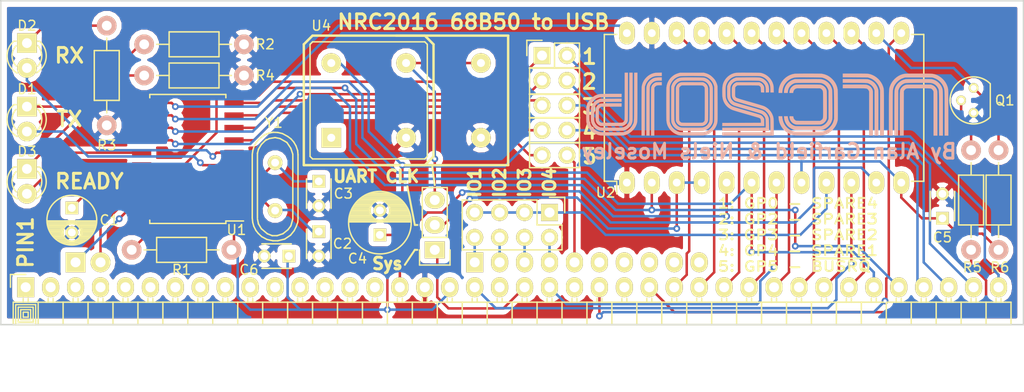
<source format=kicad_pcb>
(kicad_pcb (version 4) (host pcbnew 4.0.2-stable)
  (layers (0 Top signal) (31 Bottom signal) (36 B.SilkS user) (37 F.SilkS user) (38 B.Mask user hide) (39 F.Mask user hide) (44 Edge.Cuts user))
  (net 0 "")
  (net 1 "Net-(C1-Pad1)")
  (net 2 GND)
  (net 3 "Net-(C2-Pad1)")
  (net 4 "Net-(C3-Pad1)")
  (net 5 VCC)
  (net 6 "Net-(CON1-Pad1)")
  (net 7 "Net-(CON1-Pad2)")
  (net 8 "Net-(D1-Pad1)")
  (net 9 "Net-(D1-Pad2)")
  (net 10 "Net-(D2-Pad1)")
  (net 11 "Net-(D2-Pad2)")
  (net 12 "Net-(D3-Pad1)")
  (net 13 "Net-(D3-Pad2)")
  (net 14 /~CLK)
  (net 15 "Net-(JP1-Pad2)")
  (net 16 /A0)
  (net 17 /~M1)
  (net 18 /~INT)
  (net 19 /~WR)
  (net 20 /~IORQ)
  (net 21 /D0)
  (net 22 /D1)
  (net 23 /D2)
  (net 24 /D3)
  (net 25 /D4)
  (net 26 /D5)
  (net 27 /D6)
  (net 28 /D7)
  (net 29 /TX)
  (net 30 /RX)
  (net 31 /S1)
  (net 32 /S2)
  (net 33 /S3)
  (net 34 /S4)
  (net 35 /~BUSRQ)
  (net 36 /GP0)
  (net 37 /GP2)
  (net 38 /GP3)
  (net 39 /GP4)
  (net 40 /GP5)
  (net 41 "Net-(R1-Pad2)")
  (net 42 "Net-(U1-Pad11)")
  (net 43 "Net-(U1-Pad13)")
  (net 44 /ENA)
  (net 45 "Net-(Q1-Pad2)")
  (net 46 "Net-(JP1-Pad3)")
  (net 47 "Net-(P2-Pad1)")
  (net 48 "Net-(P2-Pad2)")
  (net 49 "Net-(P2-Pad3)")
  (net 50 "Net-(P2-Pad4)")
  (net 51 /~IOSEL)
  (module Housings_DIP:DIP-24_W15.24mm_LongPads (layer Top) (at 159.385 98.552 90)
    (fp_text reference U2 (at -1.016 -2.159 180) (layer F.SilkS))
    (fp_text value 68B50)
    (pad 1 thru_hole oval (at 0 0 90) (size 2.3 1.6) (drill 0.8) (layers *.Cu *.Mask F.SilkS) (net 2 GND))
    (pad 2 thru_hole oval (at 0 2.54 90) (size 2.3 1.6) (drill 0.8) (layers *.Cu *.Mask F.SilkS) (net 30 /RX))
    (pad 3 thru_hole oval (at 0 5.08 90) (size 2.3 1.6) (drill 0.8) (layers *.Cu *.Mask F.SilkS) (net 15 "Net-(JP1-Pad2)"))
    (pad 4 thru_hole oval (at 0 7.62 90) (size 2.3 1.6) (drill 0.8) (layers *.Cu *.Mask F.SilkS) (net 15 "Net-(JP1-Pad2)"))
    (pad 5 thru_hole oval (at 0 10.16 90) (size 2.3 1.6) (drill 0.8) (layers *.Cu *.Mask F.SilkS) (net 43 "Net-(U1-Pad13)"))
    (pad 6 thru_hole oval (at 0 12.7 90) (size 2.3 1.6) (drill 0.8) (layers *.Cu *.Mask F.SilkS) (net 29 /TX))
    (pad 7 thru_hole oval (at 0 15.24 90) (size 2.3 1.6) (drill 0.8) (layers *.Cu *.Mask F.SilkS) (net 18 /~INT))
    (pad 8 thru_hole oval (at 0 17.78 90) (size 2.3 1.6) (drill 0.8) (layers *.Cu *.Mask F.SilkS) (net 5 VCC))
    (pad 9 thru_hole oval (at 0 20.32 90) (size 2.3 1.6) (drill 0.8) (layers *.Cu *.Mask F.SilkS) (net 51 /~IOSEL))
    (pad 10 thru_hole oval (at 0 22.86 90) (size 2.3 1.6) (drill 0.8) (layers *.Cu *.Mask F.SilkS) (net 17 /~M1))
    (pad 11 thru_hole oval (at 0 25.4 90) (size 2.3 1.6) (drill 0.8) (layers *.Cu *.Mask F.SilkS) (net 16 /A0))
    (pad 12 thru_hole oval (at 0 27.94 90) (size 2.3 1.6) (drill 0.8) (layers *.Cu *.Mask F.SilkS) (net 5 VCC))
    (pad 13 thru_hole oval (at 15.24 27.94 90) (size 2.3 1.6) (drill 0.8) (layers *.Cu *.Mask F.SilkS) (net 19 /~WR))
    (pad 14 thru_hole oval (at 15.24 25.4 90) (size 2.3 1.6) (drill 0.8) (layers *.Cu *.Mask F.SilkS) (net 44 /ENA))
    (pad 15 thru_hole oval (at 15.24 22.86 90) (size 2.3 1.6) (drill 0.8) (layers *.Cu *.Mask F.SilkS) (net 28 /D7))
    (pad 16 thru_hole oval (at 15.24 20.32 90) (size 2.3 1.6) (drill 0.8) (layers *.Cu *.Mask F.SilkS) (net 27 /D6))
    (pad 17 thru_hole oval (at 15.24 17.78 90) (size 2.3 1.6) (drill 0.8) (layers *.Cu *.Mask F.SilkS) (net 26 /D5))
    (pad 18 thru_hole oval (at 15.24 15.24 90) (size 2.3 1.6) (drill 0.8) (layers *.Cu *.Mask F.SilkS) (net 25 /D4))
    (pad 19 thru_hole oval (at 15.24 12.7 90) (size 2.3 1.6) (drill 0.8) (layers *.Cu *.Mask F.SilkS) (net 24 /D3))
    (pad 20 thru_hole oval (at 15.24 10.16 90) (size 2.3 1.6) (drill 0.8) (layers *.Cu *.Mask F.SilkS) (net 23 /D2))
    (pad 21 thru_hole oval (at 15.24 7.62 90) (size 2.3 1.6) (drill 0.8) (layers *.Cu *.Mask F.SilkS) (net 22 /D1))
    (pad 22 thru_hole oval (at 15.24 5.08 90) (size 2.3 1.6) (drill 0.8) (layers *.Cu *.Mask F.SilkS) (net 21 /D0))
    (pad 23 thru_hole oval (at 15.24 2.54 90) (size 2.3 1.6) (drill 0.8) (layers *.Cu *.Mask F.SilkS) (net 2 GND))
    (pad 24 thru_hole oval (at 15.24 0 90) (size 2.3 1.6) (drill 0.8) (layers *.Cu *.Mask F.SilkS) (net 42 "Net-(U1-Pad11)"))
  )
  (module Capacitors_ThroughHole:C_Radial_D5_L6_P2.5 (layer Top) (at 102.87 101.132 270)
    (fp_text reference C1 (at 1.25 -3.8 360) (layer F.SilkS))
    (fp_text value 1uF)
    (pad 1 thru_hole rect (at 0 0 270) (size 1.3 1.3) (drill 0.8) (layers *.Cu *.Mask F.SilkS) (net 1 "Net-(C1-Pad1)"))
    (pad 2 thru_hole circle (at 2.5 0 270) (size 1.3 1.3) (drill 0.8) (layers *.Cu *.Mask F.SilkS) (net 2 GND))
  )
  (module Capacitors_ThroughHole:C_Radial_D6.3_L11.2_P2.5 (layer Top) (at 134.239 103.886 90)
    (fp_text reference C4 (at -2.413 -2.286 180) (layer F.SilkS))
    (fp_text value 10uF)
    (pad 2 thru_hole circle (at 2.5 0 90) (size 1.3 1.3) (drill 0.8) (layers *.Cu *.Mask F.SilkS) (net 2 GND))
    (pad 1 thru_hole rect (at 0 0 90) (size 1.3 1.3) (drill 0.8) (layers *.Cu *.Mask F.SilkS) (net 5 VCC))
  )
  (module Capacitors_ThroughHole:C_Disc_D3_P2.5 (layer Top) (at 191.516 102.195 90)
    (fp_text reference C5 (at -1.945 0 180) (layer F.SilkS))
    (fp_text value 100nF)
    (pad 1 thru_hole rect (at 0 0 90) (size 1.3 1.3) (drill 0.8) (layers *.Cu *.Mask F.SilkS) (net 5 VCC))
    (pad 2 thru_hole circle (at 2.5 0 90) (size 1.3 1.3) (drill 0.8001) (layers *.Cu *.Mask F.SilkS) (net 2 GND))
  )
  (module Capacitors_ThroughHole:C_Disc_D3_P2.5 (layer Top) (at 124.968 106.045 180)
    (fp_text reference C6 (at 4.064 -1.397 180) (layer F.SilkS))
    (fp_text value 100nF)
    (pad 1 thru_hole rect (at 0 0 180) (size 1.3 1.3) (drill 0.8) (layers *.Cu *.Mask F.SilkS) (net 5 VCC))
    (pad 2 thru_hole circle (at 2.5 0 180) (size 1.3 1.3) (drill 0.8001) (layers *.Cu *.Mask F.SilkS) (net 2 GND))
  )
  (module Pin_Headers:Pin_Header_Straight_1x03 (layer Top) (at 139.827 105.41 180)
    (fp_text reference JP1 hide)
    (fp_text value JUMPER3)
    (pad 1 thru_hole rect (at 0 0 180) (size 2.032 1.7272) (drill 1.016) (layers *.Cu *.Mask F.SilkS) (net 14 /~CLK))
    (pad 2 thru_hole oval (at 0 2.54 180) (size 2.032 1.7272) (drill 1.016) (layers *.Cu *.Mask F.SilkS) (net 15 "Net-(JP1-Pad2)"))
    (pad 3 thru_hole oval (at 0 5.08 180) (size 2.032 1.7272) (drill 1.016) (layers *.Cu *.Mask F.SilkS) (net 46 "Net-(JP1-Pad3)"))
  )
  (module Pin_Headers:Pin_Header_Straight_2x05 (layer Top) (at 150.749 85.598)
    (fp_text reference P3 hide)
    (fp_text value CONN_02X05)
    (pad 1 thru_hole rect (at 0 0) (size 1.7272 1.7272) (drill 1.016) (layers *.Cu *.Mask F.SilkS) (net 36 /GP0))
    (pad 2 thru_hole oval (at 2.54 0) (size 1.7272 1.7272) (drill 1.016) (layers *.Cu *.Mask F.SilkS) (net 34 /S4))
    (pad 3 thru_hole oval (at 0 2.54) (size 1.7272 1.7272) (drill 1.016) (layers *.Cu *.Mask F.SilkS) (net 37 /GP2))
    (pad 4 thru_hole oval (at 2.54 2.54) (size 1.7272 1.7272) (drill 1.016) (layers *.Cu *.Mask F.SilkS) (net 33 /S3))
    (pad 5 thru_hole oval (at 0 5.08) (size 1.7272 1.7272) (drill 1.016) (layers *.Cu *.Mask F.SilkS) (net 38 /GP3))
    (pad 6 thru_hole oval (at 2.54 5.08) (size 1.7272 1.7272) (drill 1.016) (layers *.Cu *.Mask F.SilkS) (net 32 /S2))
    (pad 7 thru_hole oval (at 0 7.62) (size 1.7272 1.7272) (drill 1.016) (layers *.Cu *.Mask F.SilkS) (net 39 /GP4))
    (pad 8 thru_hole oval (at 2.54 7.62) (size 1.7272 1.7272) (drill 1.016) (layers *.Cu *.Mask F.SilkS) (net 31 /S1))
    (pad 9 thru_hole oval (at 0 10.16) (size 1.7272 1.7272) (drill 1.016) (layers *.Cu *.Mask F.SilkS) (net 40 /GP5))
    (pad 10 thru_hole oval (at 2.54 10.16) (size 1.7272 1.7272) (drill 1.016) (layers *.Cu *.Mask F.SilkS) (net 35 /~BUSRQ))
  )
  (module Resistors_ThroughHole:Resistor_Horizontal_RM10mm (layer Top) (at 119.126 105.41 180)
    (fp_text reference R1 (at 5.08 -2.032 180) (layer F.SilkS))
    (fp_text value 10K)
    (pad 1 thru_hole circle (at 0 0 180) (size 1.99898 1.99898) (drill 1.00076) (layers *.Cu *.SilkS *.Mask) (net 5 VCC))
    (pad 2 thru_hole circle (at 10.16 0 180) (size 1.99898 1.99898) (drill 1.00076) (layers *.Cu *.SilkS *.Mask) (net 41 "Net-(R1-Pad2)"))
  )
  (module Resistors_ThroughHole:Resistor_Horizontal_RM10mm (layer Top) (at 120.396 84.455 180)
    (fp_text reference R2 (at -2.159 0 180) (layer F.SilkS))
    (fp_text value 220)
    (pad 1 thru_hole circle (at 0 0 180) (size 1.99898 1.99898) (drill 1.00076) (layers *.Cu *.SilkS *.Mask) (net 2 GND))
    (pad 2 thru_hole circle (at 10.16 0 180) (size 1.99898 1.99898) (drill 1.00076) (layers *.Cu *.SilkS *.Mask) (net 8 "Net-(D1-Pad1)"))
  )
  (module Resistors_ThroughHole:Resistor_Horizontal_RM10mm (layer Top) (at 106.426 92.71 90)
    (fp_text reference R3 (at -2.032 0 360) (layer F.SilkS))
    (fp_text value 220)
    (pad 1 thru_hole circle (at 0 0 90) (size 1.99898 1.99898) (drill 1.00076) (layers *.Cu *.SilkS *.Mask) (net 2 GND))
    (pad 2 thru_hole circle (at 10.16 0 90) (size 1.99898 1.99898) (drill 1.00076) (layers *.Cu *.SilkS *.Mask) (net 10 "Net-(D2-Pad1)"))
  )
  (module Resistors_ThroughHole:Resistor_Horizontal_RM10mm (layer Top) (at 120.396 87.63 180)
    (fp_text reference R4 (at -2.159 0 180) (layer F.SilkS))
    (fp_text value 220)
    (pad 1 thru_hole circle (at 0 0 180) (size 1.99898 1.99898) (drill 1.00076) (layers *.Cu *.SilkS *.Mask) (net 2 GND))
    (pad 2 thru_hole circle (at 10.16 0 180) (size 1.99898 1.99898) (drill 1.00076) (layers *.Cu *.SilkS *.Mask) (net 12 "Net-(D3-Pad1)"))
  )
  (module Crystals:Crystal_HC49-U_Vertical (layer Top) (at 123.571 98.96094 90)
    (fp_text reference Y1 (at 6.50494 -0.127 180) (layer F.SilkS))
    (fp_text value 12MHz)
    (pad 1 thru_hole circle (at -2.44094 0 90) (size 1.50114 1.50114) (drill 0.8001) (layers *.Cu *.Mask F.SilkS) (net 3 "Net-(C2-Pad1)"))
    (pad 2 thru_hole circle (at 2.44094 0 90) (size 1.50114 1.50114) (drill 0.8001) (layers *.Cu *.Mask F.SilkS) (net 4 "Net-(C3-Pad1)"))
  )
  (module TO_SOT_Packages_THT:TO-92_Molded_Narrow (layer Top) (at 194.691 91.44 90)
    (fp_text reference Q1 (at 1.27 3.175 180) (layer F.SilkS))
    (fp_text value Q_NPN_EBC)
    (pad 2 thru_hole circle (at 1.27 -1.27 180) (size 1.00076 1.00076) (drill 0.6) (layers *.Cu *.Mask F.SilkS) (net 45 "Net-(Q1-Pad2)"))
    (pad 3 thru_hole circle (at 2.54 0 180) (size 1.00076 1.00076) (drill 0.6) (layers *.Cu *.Mask F.SilkS) (net 44 /ENA))
    (pad 1 thru_hole circle (at 0 0 180) (size 1.00076 1.00076) (drill 0.6) (layers *.Cu *.Mask F.SilkS) (net 2 GND))
  )
  (module Resistors_ThroughHole:Resistor_Horizontal_RM10mm (layer Top) (at 194.437 95.25 270)
    (fp_text reference R5 (at 11.938 -0.127 360) (layer F.SilkS))
    (fp_text value 10K)
    (pad 1 thru_hole circle (at 0 0 270) (size 1.99898 1.99898) (drill 1.00076) (layers *.Cu *.SilkS *.Mask) (net 45 "Net-(Q1-Pad2)"))
    (pad 2 thru_hole circle (at 10.16 0 270) (size 1.99898 1.99898) (drill 1.00076) (layers *.Cu *.SilkS *.Mask) (net 20 /~IORQ))
  )
  (module Resistors_ThroughHole:Resistor_Horizontal_RM10mm (layer Top) (at 197.231 105.41 90)
    (fp_text reference R6 (at -1.778 0.127 180) (layer F.SilkS))
    (fp_text value 2K2)
    (pad 1 thru_hole circle (at 0 0 90) (size 1.99898 1.99898) (drill 1.00076) (layers *.Cu *.SilkS *.Mask) (net 5 VCC))
    (pad 2 thru_hole circle (at 10.16 0 90) (size 1.99898 1.99898) (drill 1.00076) (layers *.Cu *.SilkS *.Mask) (net 44 /ENA))
  )
  (module Capacitors_ThroughHole:C_Disc_D3_P2.5 (layer Top) (at 128.016 103.545 270)
    (fp_text reference C2 (at 1.23 -2.413 360) (layer F.SilkS))
    (fp_text value 22pF)
    (pad 1 thru_hole rect (at 0 0 270) (size 1.3 1.3) (drill 0.8) (layers *.Cu *.Mask F.SilkS) (net 3 "Net-(C2-Pad1)"))
    (pad 2 thru_hole circle (at 2.5 0 270) (size 1.3 1.3) (drill 0.8001) (layers *.Cu *.Mask F.SilkS) (net 2 GND))
  )
  (module Capacitors_ThroughHole:C_Disc_D3_P2.5 (layer Top) (at 128.016 98.425 270)
    (fp_text reference C3 (at 1.25 -2.5 360) (layer F.SilkS))
    (fp_text value 22pF)
    (pad 1 thru_hole rect (at 0 0 270) (size 1.3 1.3) (drill 0.8) (layers *.Cu *.Mask F.SilkS) (net 4 "Net-(C3-Pad1)"))
    (pad 2 thru_hole circle (at 2.5 0 270) (size 1.3 1.3) (drill 0.8001) (layers *.Cu *.Mask F.SilkS) (net 2 GND))
  )
  (module Housings_SOIC:SOIC-20W_7.5x12.8mm_Pitch1.27mm (layer Top) (at 114.681 96.14 180)
    (fp_text reference U1 (at -4.953 -7.238 180) (layer F.SilkS))
    (fp_text value MCP2200)
    (pad 1 smd rect (at -4.7 -5.715 180) (size 1.95 0.6) (layers Top F.Mask) (net 5 VCC))
    (pad 2 smd rect (at -4.7 -4.445 180) (size 1.95 0.6) (layers Top F.Mask) (net 3 "Net-(C2-Pad1)"))
    (pad 3 smd rect (at -4.7 -3.175 180) (size 1.95 0.6) (layers Top F.Mask) (net 4 "Net-(C3-Pad1)"))
    (pad 4 smd rect (at -4.7 -1.905 180) (size 1.95 0.6) (layers Top F.Mask) (net 41 "Net-(R1-Pad2)"))
    (pad 5 smd rect (at -4.7 -0.635 180) (size 1.95 0.6) (layers Top F.Mask) (net 9 "Net-(D1-Pad2)"))
    (pad 6 smd rect (at -4.7 0.635 180) (size 1.95 0.6) (layers Top F.Mask) (net 11 "Net-(D2-Pad2)"))
    (pad 7 smd rect (at -4.7 1.905 180) (size 1.95 0.6) (layers Top F.Mask) (net 40 /GP5))
    (pad 8 smd rect (at -4.7 3.175 180) (size 1.95 0.6) (layers Top F.Mask) (net 39 /GP4))
    (pad 9 smd rect (at -4.7 4.445 180) (size 1.95 0.6) (layers Top F.Mask) (net 38 /GP3))
    (pad 10 smd rect (at -4.7 5.715 180) (size 1.95 0.6) (layers Top F.Mask) (net 30 /RX))
    (pad 11 smd rect (at 4.7 5.715 180) (size 1.95 0.6) (layers Top F.Mask) (net 42 "Net-(U1-Pad11)"))
    (pad 12 smd rect (at 4.7 4.445 180) (size 1.95 0.6) (layers Top F.Mask) (net 29 /TX))
    (pad 13 smd rect (at 4.7 3.175 180) (size 1.95 0.6) (layers Top F.Mask) (net 43 "Net-(U1-Pad13)"))
    (pad 14 smd rect (at 4.7 1.905 180) (size 1.95 0.6) (layers Top F.Mask) (net 37 /GP2))
    (pad 15 smd rect (at 4.7 0.635 180) (size 1.95 0.6) (layers Top F.Mask) (net 13 "Net-(D3-Pad2)"))
    (pad 16 smd rect (at 4.7 -0.635 180) (size 1.95 0.6) (layers Top F.Mask) (net 36 /GP0))
    (pad 17 smd rect (at 4.7 -1.905 180) (size 1.95 0.6) (layers Top F.Mask) (net 1 "Net-(C1-Pad1)"))
    (pad 18 smd rect (at 4.7 -3.175 180) (size 1.95 0.6) (layers Top F.Mask) (net 7 "Net-(CON1-Pad2)"))
    (pad 19 smd rect (at 4.7 -4.445 180) (size 1.95 0.6) (layers Top F.Mask) (net 6 "Net-(CON1-Pad1)"))
    (pad 20 smd rect (at 4.7 -5.715 180) (size 1.95 0.6) (layers Top F.Mask) (net 2 GND))
  )
  (module nrc2016:OSC_MULTIPACKAGE_DIP (layer Top) (at 133.096 90.17)
    (fp_text reference U4 (at -4.826 -7.62) (layer F.SilkS))
    (fp_text value 1.8432MHz)
    (pad OUT thru_hole circle (at 11.43 -3.81) (size 2 2) (drill 0.8128) (layers *.Cu *.Mask F.SilkS) (net 46 "Net-(JP1-Pad3)"))
    (pad GND thru_hole circle (at 11.43 3.81) (size 2 2) (drill 0.8128) (layers *.Cu *.Mask F.SilkS) (net 2 GND))
    (pad NC thru_hole rect (at -3.81 3.81) (size 2 2) (drill 0.8128) (layers *.Cu *.Mask F.SilkS))
    (pad VCC thru_hole circle (at -3.81 -3.81) (size 2 2) (drill 0.8128) (layers *.Cu *.Mask F.SilkS) (net 5 VCC))
    (pad OUT thru_hole circle (at 3.81 -3.81) (size 2 2) (drill 0.8128) (layers *.Cu *.Mask F.SilkS) (net 46 "Net-(JP1-Pad3)"))
    (pad GND thru_hole circle (at 3.81 3.81) (size 2 2) (drill 0.8128) (layers *.Cu *.Mask F.SilkS) (net 2 GND))
  )
  (module nrc2016_logo:nrc2016_top_logo_1600 (layer Bottom) (at 173.736 90.678 180)
    (fp_text reference LOGO1 hide)
    (fp_text value BackLogo hide)
  )
  (module nrc2016:Pin_Header_Angled_1x02_nrc2016 (layer Top) (at 103.251 115.57 90)
    (fp_text reference CON1 hide)
    (fp_text value USB)
    (pad 1 thru_hole rect (at 8.89 0 270) (size 2.032 2.032) (drill 1.016) (layers *.Cu *.Mask F.SilkS) (net 6 "Net-(CON1-Pad1)"))
    (pad 2 thru_hole oval (at 8.89 2.54 270) (size 2.032 2.032) (drill 1.016) (layers *.Cu *.Mask F.SilkS) (net 7 "Net-(CON1-Pad2)"))
  )
  (module LEDs:LED-3MM (layer Top) (at 98.298 90.805 270)
    (fp_text reference D1 (at -1.778 0 540) (layer F.SilkS))
    (fp_text value "TX LED")
    (pad 1 thru_hole rect (at 0 0) (size 2 2) (drill 1.00076) (layers *.Cu *.Mask F.SilkS) (net 8 "Net-(D1-Pad1)"))
    (pad 2 thru_hole circle (at 2.54 0 270) (size 2 2) (drill 1.00076) (layers *.Cu *.Mask F.SilkS) (net 9 "Net-(D1-Pad2)"))
  )
  (module LEDs:LED-3MM (layer Top) (at 98.298 84.328 270)
    (fp_text reference D2 (at -1.778 0 540) (layer F.SilkS))
    (fp_text value "RX LED")
    (pad 1 thru_hole rect (at 0 0) (size 2 2) (drill 1.00076) (layers *.Cu *.Mask F.SilkS) (net 10 "Net-(D2-Pad1)"))
    (pad 2 thru_hole circle (at 2.54 0 270) (size 2 2) (drill 1.00076) (layers *.Cu *.Mask F.SilkS) (net 11 "Net-(D2-Pad2)"))
  )
  (module LEDs:LED-3MM (layer Top) (at 98.298 97.155 270)
    (fp_text reference D3 (at -1.778 0 360) (layer F.SilkS))
    (fp_text value "USB RDY")
    (pad 1 thru_hole rect (at 0 0) (size 2 2) (drill 1.00076) (layers *.Cu *.Mask F.SilkS) (net 12 "Net-(D3-Pad1)"))
    (pad 2 thru_hole circle (at 2.54 0 270) (size 2 2) (drill 1.00076) (layers *.Cu *.Mask F.SilkS) (net 13 "Net-(D3-Pad2)"))
  )
  (module nrc2016:Pin_Header_Angled_1x40_nrc2016 (layer Top) (at 98.171 118.11 90)
    (fp_text reference P1 hide)
    (fp_text value Z80_BUS_PINS)
    (pad 1 thru_hole rect (at 8.89 0 270) (size 2.032 1.7272) (drill 1.016) (layers *.Cu *.Mask F.SilkS))
    (pad 2 thru_hole oval (at 8.89 2.54 270) (size 2.032 1.7272) (drill 1.016) (layers *.Cu *.Mask F.SilkS))
    (pad 3 thru_hole oval (at 8.89 5.08 270) (size 2.032 1.7272) (drill 1.016) (layers *.Cu *.Mask F.SilkS))
    (pad 4 thru_hole oval (at 8.89 7.62 270) (size 2.032 1.7272) (drill 1.016) (layers *.Cu *.Mask F.SilkS))
    (pad 5 thru_hole oval (at 8.89 10.16 270) (size 2.032 1.7272) (drill 1.016) (layers *.Cu *.Mask F.SilkS))
    (pad 6 thru_hole oval (at 8.89 12.7 270) (size 2.032 1.7272) (drill 1.016) (layers *.Cu *.Mask F.SilkS))
    (pad 7 thru_hole oval (at 8.89 15.24 270) (size 2.032 1.7272) (drill 1.016) (layers *.Cu *.Mask F.SilkS))
    (pad 8 thru_hole oval (at 8.89 17.78 270) (size 2.032 1.7272) (drill 1.016) (layers *.Cu *.Mask F.SilkS))
    (pad 9 thru_hole oval (at 8.89 20.32 270) (size 2.032 1.7272) (drill 1.016) (layers *.Cu *.Mask F.SilkS))
    (pad 10 thru_hole oval (at 8.89 22.86 270) (size 2.032 1.7272) (drill 1.016) (layers *.Cu *.Mask F.SilkS))
    (pad 11 thru_hole oval (at 8.89 25.4 270) (size 2.032 1.7272) (drill 1.016) (layers *.Cu *.Mask F.SilkS))
    (pad 12 thru_hole oval (at 8.89 27.94 270) (size 2.032 1.7272) (drill 1.016) (layers *.Cu *.Mask F.SilkS))
    (pad 13 thru_hole oval (at 8.89 30.48 270) (size 2.032 1.7272) (drill 1.016) (layers *.Cu *.Mask F.SilkS))
    (pad 14 thru_hole oval (at 8.89 33.02 270) (size 2.032 1.7272) (drill 1.016) (layers *.Cu *.Mask F.SilkS))
    (pad 15 thru_hole oval (at 8.89 35.56 270) (size 2.032 1.7272) (drill 1.016) (layers *.Cu *.Mask F.SilkS))
    (pad 16 thru_hole oval (at 8.89 38.1 270) (size 2.032 1.7272) (drill 1.016) (layers *.Cu *.Mask F.SilkS) (net 16 /A0))
    (pad 17 thru_hole oval (at 8.89 40.64 270) (size 2.032 1.7272) (drill 1.016) (layers *.Cu *.Mask F.SilkS) (net 2 GND))
    (pad 18 thru_hole oval (at 8.89 43.18 270) (size 2.032 1.7272) (drill 1.016) (layers *.Cu *.Mask F.SilkS) (net 5 VCC))
    (pad 19 thru_hole oval (at 8.89 45.72 270) (size 2.032 1.7272) (drill 1.016) (layers *.Cu *.Mask F.SilkS) (net 17 /~M1))
    (pad 20 thru_hole oval (at 8.89 48.26 270) (size 2.032 1.7272) (drill 1.016) (layers *.Cu *.Mask F.SilkS))
    (pad 21 thru_hole oval (at 8.89 50.8 270) (size 2.032 1.7272) (drill 1.016) (layers *.Cu *.Mask F.SilkS) (net 14 /~CLK))
    (pad 22 thru_hole oval (at 8.89 53.34 270) (size 2.032 1.7272) (drill 1.016) (layers *.Cu *.Mask F.SilkS) (net 18 /~INT))
    (pad 23 thru_hole oval (at 8.89 55.88 270) (size 2.032 1.7272) (drill 1.016) (layers *.Cu *.Mask F.SilkS))
    (pad 24 thru_hole oval (at 8.89 58.42 270) (size 2.032 1.7272) (drill 1.016) (layers *.Cu *.Mask F.SilkS) (net 19 /~WR))
    (pad 25 thru_hole oval (at 8.89 60.96 270) (size 2.032 1.7272) (drill 1.016) (layers *.Cu *.Mask F.SilkS))
    (pad 26 thru_hole oval (at 8.89 63.5 270) (size 2.032 1.7272) (drill 1.016) (layers *.Cu *.Mask F.SilkS) (net 20 /~IORQ))
    (pad 27 thru_hole oval (at 8.89 66.04 270) (size 2.032 1.7272) (drill 1.016) (layers *.Cu *.Mask F.SilkS) (net 21 /D0))
    (pad 28 thru_hole oval (at 8.89 68.58 270) (size 2.032 1.7272) (drill 1.016) (layers *.Cu *.Mask F.SilkS) (net 22 /D1))
    (pad 29 thru_hole oval (at 8.89 71.12 270) (size 2.032 1.7272) (drill 1.016) (layers *.Cu *.Mask F.SilkS) (net 23 /D2))
    (pad 30 thru_hole oval (at 8.89 73.66 270) (size 2.032 1.7272) (drill 1.016) (layers *.Cu *.Mask F.SilkS) (net 24 /D3))
    (pad 31 thru_hole oval (at 8.89 76.2 270) (size 2.032 1.7272) (drill 1.016) (layers *.Cu *.Mask F.SilkS) (net 25 /D4))
    (pad 32 thru_hole oval (at 8.89 78.74 270) (size 2.032 1.7272) (drill 1.016) (layers *.Cu *.Mask F.SilkS) (net 26 /D5))
    (pad 33 thru_hole oval (at 8.89 81.28 270) (size 2.032 1.7272) (drill 1.016) (layers *.Cu *.Mask F.SilkS) (net 27 /D6))
    (pad 34 thru_hole oval (at 8.89 83.82 270) (size 2.032 1.7272) (drill 1.016) (layers *.Cu *.Mask F.SilkS) (net 28 /D7))
    (pad 35 thru_hole oval (at 8.89 86.36 270) (size 2.032 1.7272) (drill 1.016) (layers *.Cu *.Mask F.SilkS) (net 29 /TX))
    (pad 36 thru_hole oval (at 8.89 88.9 270) (size 2.032 1.7272) (drill 1.016) (layers *.Cu *.Mask F.SilkS) (net 30 /RX))
    (pad 37 thru_hole oval (at 8.89 91.44 270) (size 2.032 1.7272) (drill 1.016) (layers *.Cu *.Mask F.SilkS) (net 31 /S1))
    (pad 38 thru_hole oval (at 8.89 93.98 270) (size 2.032 1.7272) (drill 1.016) (layers *.Cu *.Mask F.SilkS) (net 32 /S2))
    (pad 39 thru_hole oval (at 8.89 96.52 270) (size 2.032 1.7272) (drill 1.016) (layers *.Cu *.Mask F.SilkS) (net 33 /S3))
    (pad 40 thru_hole oval (at 8.89 99.06 270) (size 2.032 1.7272) (drill 1.016) (layers *.Cu *.Mask F.SilkS) (net 34 /S4))
  )
  (module nrc2016:Pin_Header_Angled_1x10_nrc2016 (layer Top) (at 143.891 110.49 90)
    (fp_text reference P2 hide)
    (fp_text value IO_BUS_PINS)
    (pad 1 thru_hole rect (at 3.81 0 270) (size 2.032 1.7272) (drill 1.016) (layers *.Cu *.Mask F.SilkS) (net 47 "Net-(P2-Pad1)"))
    (pad 2 thru_hole oval (at 3.81 2.54 270) (size 2.032 1.7272) (drill 1.016) (layers *.Cu *.Mask F.SilkS) (net 48 "Net-(P2-Pad2)"))
    (pad 3 thru_hole oval (at 3.81 5.08 270) (size 2.032 1.7272) (drill 1.016) (layers *.Cu *.Mask F.SilkS) (net 49 "Net-(P2-Pad3)"))
    (pad 4 thru_hole oval (at 3.81 7.62 270) (size 2.032 1.7272) (drill 1.016) (layers *.Cu *.Mask F.SilkS) (net 50 "Net-(P2-Pad4)"))
    (pad 5 thru_hole oval (at 3.81 10.16 270) (size 2.032 1.7272) (drill 1.016) (layers *.Cu *.Mask F.SilkS) (net 35 /~BUSRQ))
    (pad 6 thru_hole oval (at 3.81 12.7 270) (size 2.032 1.7272) (drill 1.016) (layers *.Cu *.Mask F.SilkS))
    (pad 7 thru_hole oval (at 3.81 15.24 270) (size 2.032 1.7272) (drill 1.016) (layers *.Cu *.Mask F.SilkS))
    (pad 8 thru_hole oval (at 3.81 17.78 270) (size 2.032 1.7272) (drill 1.016) (layers *.Cu *.Mask F.SilkS))
    (pad 9 thru_hole oval (at 3.81 20.32 270) (size 2.032 1.7272) (drill 1.016) (layers *.Cu *.Mask F.SilkS))
    (pad 10 thru_hole oval (at 3.81 22.86 270) (size 2.032 1.7272) (drill 1.016) (layers *.Cu *.Mask F.SilkS))
  )
  (module Pin_Headers:Pin_Header_Straight_2x04 (layer Top) (at 151.511 101.6 270)
    (fp_text reference P4 hide)
    (fp_text value CONN_02X04)
    (pad 1 thru_hole rect (at 0 0 270) (size 1.7272 1.7272) (drill 1.016) (layers *.Cu *.Mask F.SilkS) (net 51 /~IOSEL))
    (pad 2 thru_hole oval (at 2.54 0 270) (size 1.7272 1.7272) (drill 1.016) (layers *.Cu *.Mask F.SilkS) (net 50 "Net-(P2-Pad4)"))
    (pad 3 thru_hole oval (at 0 2.54 270) (size 1.7272 1.7272) (drill 1.016) (layers *.Cu *.Mask F.SilkS) (net 51 /~IOSEL))
    (pad 4 thru_hole oval (at 2.54 2.54 270) (size 1.7272 1.7272) (drill 1.016) (layers *.Cu *.Mask F.SilkS) (net 49 "Net-(P2-Pad3)"))
    (pad 5 thru_hole oval (at 0 5.08 270) (size 1.7272 1.7272) (drill 1.016) (layers *.Cu *.Mask F.SilkS) (net 51 /~IOSEL))
    (pad 6 thru_hole oval (at 2.54 5.08 270) (size 1.7272 1.7272) (drill 1.016) (layers *.Cu *.Mask F.SilkS) (net 48 "Net-(P2-Pad2)"))
    (pad 7 thru_hole oval (at 0 7.62 270) (size 1.7272 1.7272) (drill 1.016) (layers *.Cu *.Mask F.SilkS) (net 51 /~IOSEL))
    (pad 8 thru_hole oval (at 2.54 7.62 270) (size 1.7272 1.7272) (drill 1.016) (layers *.Cu *.Mask F.SilkS) (net 47 "Net-(P2-Pad1)"))
  )
  (gr_line (start 139.827 98.806) (end 139.573 96.901) (layer F.SilkS) (width 0.2))
  (gr_line (start 137.795 102.87) (end 137.033 98.933) (layer F.SilkS) (width 0.2))
  (gr_line (start 138.049 102.87) (end 137.795 102.87) (layer F.SilkS) (width 0.2))
  (gr_line (start 137.795 105.41) (end 138.049 105.41) (layer F.SilkS) (width 0.2))
  (gr_line (start 136.779 106.934) (end 137.795 105.41) (layer F.SilkS) (width 0.2))
  (gr_text Sys (at 135.001 106.807) (layer F.SilkS) (effects (font (size 1.2 1.2) (thickness 0.3))))
  (gr_text "UART CLK" (at 133.858 97.917 360) (layer F.SilkS) (effects (font (size 1.2 1.2) (thickness 0.3))))
  (gr_text IO4 (at 151.511 98.552 90) (layer F.SilkS) (effects (font (size 1.2 1.2) (thickness 0.3))))
  (gr_text IO3 (at 148.971 98.552 90) (layer F.SilkS) (effects (font (size 1.2 1.2) (thickness 0.3))))
  (gr_text IO2 (at 146.431 98.552 90) (layer F.SilkS) (effects (font (size 1.2 1.2) (thickness 0.3))))
  (gr_text IO1 (at 143.891 98.552 90) (layer F.SilkS) (effects (font (size 1.2 1.2) (thickness 0.3))))
  (gr_text PIN1 (at 98.171 104.648 90) (layer F.SilkS) (effects (font (size 1.5 1.5) (thickness 0.3))))
  (gr_text "By Alan Garfield & Niels Moseley" (at 173.863 95.377) (layer B.SilkS) (effects (font (size 1.5 1.5) (thickness 0.3)) (justify mirror)))
  (gr_text "NRC2016 68B50 to USB" (at 143.764 82.169) (layer F.SilkS) (effects (font (size 1.5 1.5) (thickness 0.3))))
  (gr_text "1: GP0 - SPARE4\n2: GP2 - SPARE3\n3: GP3 - SPARE2\n4: GP4 - SPARE1\n5: GP5 - ~BUSRQ" (at 168.529 103.886) (layer F.SilkS) (effects (font (size 1 1.2) (thickness 0.2)) (justify left)))
  (gr_line (start 149.479 86.868) (end 154.559 86.868) (layer F.SilkS) (width 0.2))
  (gr_line (start 149.479 89.535) (end 154.559 89.535) (layer F.SilkS) (width 0.2))
  (gr_line (start 149.479 91.948) (end 154.559 91.948) (layer F.SilkS) (width 0.2))
  (gr_line (start 149.479 94.488) (end 154.559 94.488) (layer F.SilkS) (width 0.2))
  (gr_text 5 (at 155.575 95.885) (layer F.SilkS) (effects (font (size 1.5 1.5) (thickness 0.3))))
  (gr_text 4 (at 155.575 93.345) (layer F.SilkS) (effects (font (size 1.5 1.5) (thickness 0.3))))
  (gr_text 3 (at 155.575 90.805) (layer F.SilkS) (effects (font (size 1.5 1.5) (thickness 0.3))))
  (gr_text 2 (at 155.575 88.265) (layer F.SilkS) (effects (font (size 1.5 1.5) (thickness 0.3))))
  (gr_text 1 (at 155.575 85.725) (layer F.SilkS) (effects (font (size 1.5 1.5) (thickness 0.3))))
  (gr_text READY (at 104.648 98.425) (layer F.SilkS) (effects (font (size 1.5 1.5) (thickness 0.3))))
  (gr_text RX (at 102.616 85.598) (layer F.SilkS) (effects (font (size 1.5 1.5) (thickness 0.3))))
  (gr_text TX (at 102.616 92.075) (layer F.SilkS) (effects (font (size 1.5 1.5) (thickness 0.3))))
  (gr_line (start 199.771 113.03) (end 95.631 113.03) (angle 90) (layer Edge.Cuts) (width 0.15))
  (gr_line (start 199.771 80.01) (end 199.771 113.03) (angle 90) (layer Edge.Cuts) (width 0.15))
  (gr_line (start 95.631 80.01) (end 199.771 80.01) (angle 90) (layer Edge.Cuts) (width 0.15))
  (gr_line (start 95.631 113.03) (end 95.631 80.01) (angle 90) (layer Edge.Cuts) (width 0.15))
  (segment (start 102.87 101.092) (end 105.917 98.045) (width 0.254) (layer Top) (net 1))
  (segment (start 105.917 98.045) (end 109.981 98.045) (width 0.254) (layer Top) (net 1))
  (segment (start 123.571 101.40188) (end 123.37288 101.40188) (width 0.254) (layer Top) (net 3))
  (segment (start 123.37288 101.40188) (end 122.556 100.585) (width 0.254) (layer Top) (net 3))
  (segment (start 128.016 103.545) (end 127.421 103.545) (width 0.254) (layer Bottom) (net 3))
  (segment (start 127.421 103.545) (end 125.222 101.346) (width 0.254) (layer Bottom) (net 3))
  (segment (start 125.222 101.346) (end 123.571 101.346) (width 0.254) (layer Bottom) (net 3))
  (segment (start 122.556 100.585) (end 119.381 100.585) (width 0.254) (layer Top) (net 3))
  (segment (start 123.571 96.52) (end 120.776 99.315) (width 0.254) (layer Top) (net 4))
  (segment (start 120.776 99.315) (end 119.381 99.315) (width 0.254) (layer Top) (net 4))
  (segment (start 128.016 98.425) (end 125.476 98.425) (width 0.254) (layer Bottom) (net 4))
  (segment (start 125.476 98.425) (end 123.571 96.52) (width 0.254) (layer Bottom) (net 4))
  (segment (start 159.258 96.393) (end 177.165 96.393) (width 0.254) (layer Bottom) (net 5))
  (segment (start 177.165 96.393) (end 185.166 96.393) (width 0.254) (layer Bottom) (net 5))
  (segment (start 177.165 98.552) (end 177.165 96.393) (width 0.254) (layer Bottom) (net 5))
  (segment (start 119.381 101.855) (end 119.381 105.155) (width 0.254) (layer Top) (net 5))
  (segment (start 119.381 105.155) (end 119.126 105.41) (width 0.254) (layer Top) (net 5))
  (segment (start 126.111 111.506) (end 121.031 111.506) (width 0.254) (layer Bottom) (net 5))
  (segment (start 119.761 110.236) (end 119.761 106.045) (width 0.254) (layer Bottom) (net 5))
  (segment (start 121.031 111.506) (end 119.761 110.236) (width 0.254) (layer Bottom) (net 5))
  (segment (start 119.761 106.045) (end 119.126 105.41) (width 0.254) (layer Bottom) (net 5))
  (segment (start 197.231 105.41) (end 195.58 103.759) (width 0.254) (layer Top) (net 5))
  (segment (start 195.58 103.759) (end 193.08 103.759) (width 0.254) (layer Top) (net 5))
  (segment (start 193.08 103.759) (end 191.516 102.195) (width 0.254) (layer Top) (net 5))
  (segment (start 191.516 102.195) (end 189.444 102.195) (width 0.254) (layer Top) (net 5))
  (segment (start 189.444 102.195) (end 187.325 100.076) (width 0.254) (layer Top) (net 5))
  (segment (start 187.325 100.076) (end 187.325 98.552) (width 0.254) (layer Top) (net 5))
  (segment (start 136.525 96.774002) (end 136.651998 96.901) (width 0.254) (layer Bottom) (net 5))
  (segment (start 136.651998 96.901) (end 146.939 96.901) (width 0.254) (layer Bottom) (net 5))
  (segment (start 146.939 96.901) (end 149.352 94.488) (width 0.254) (layer Bottom) (net 5))
  (segment (start 149.352 94.488) (end 157.353 94.488) (width 0.254) (layer Bottom) (net 5))
  (segment (start 157.353 94.488) (end 159.258 96.393) (width 0.254) (layer Bottom) (net 5))
  (segment (start 185.166 96.393) (end 187.325 98.552) (width 0.254) (layer Bottom) (net 5))
  (segment (start 135.001 111.506) (end 135.001 108.077) (width 0.254) (layer Top) (net 5))
  (segment (start 135.636 107.442) (end 135.636 104.013) (width 0.254) (layer Top) (net 5))
  (segment (start 135.001 108.077) (end 135.636 107.442) (width 0.254) (layer Top) (net 5))
  (segment (start 135.636 104.013) (end 135.763 103.886) (width 0.254) (layer Top) (net 5))
  (segment (start 134.239 103.886) (end 135.763 103.886) (width 0.254) (layer Top) (net 5))
  (segment (start 135.763 103.886) (end 136.525 103.124) (width 0.254) (layer Top) (net 5))
  (segment (start 136.525 103.124) (end 136.525 96.774002) (width 0.254) (layer Top) (net 5))
  (via (at 135.001 111.506) (size 0.6858) (drill 0.3302) (layers Top Bottom) (net 5))
  (segment (start 135.001 111.506) (end 126.111 111.506) (width 0.254) (layer Bottom) (net 5))
  (segment (start 139.573 111.506) (end 135.001 111.506) (width 0.254) (layer Bottom) (net 5))
  (segment (start 124.841 110.236) (end 124.841 106.172) (width 0.254) (layer Bottom) (net 5))
  (segment (start 124.841 106.172) (end 124.968 106.045) (width 0.254) (layer Bottom) (net 5))
  (segment (start 141.351 109.22) (end 141.351 109.728) (width 0.254) (layer Bottom) (net 5))
  (segment (start 141.351 109.728) (end 139.573 111.506) (width 0.254) (layer Bottom) (net 5))
  (segment (start 126.111 111.506) (end 124.841 110.236) (width 0.254) (layer Bottom) (net 5))
  (segment (start 129.286 86.36) (end 130.175 86.36) (width 0.254) (layer Bottom) (net 5))
  (segment (start 130.175 86.36) (end 133.096 89.281) (width 0.254) (layer Bottom) (net 5))
  (segment (start 133.096 89.281) (end 133.096 93.345002) (width 0.254) (layer Bottom) (net 5))
  (segment (start 133.096 93.345002) (end 136.525 96.774002) (width 0.254) (layer Bottom) (net 5))
  (via (at 136.525 96.774002) (size 0.6858) (drill 0.3302) (layers Top Bottom) (net 5))
  (segment (start 107.696 102.235) (end 109.346 100.585) (width 0.254) (layer Top) (net 6))
  (segment (start 109.346 100.585) (end 109.981 100.585) (width 0.254) (layer Top) (net 6))
  (via (at 107.696 102.235) (size 0.6858) (drill 0.3302) (layers Top Bottom) (net 6))
  (segment (start 103.251 106.68) (end 107.696 102.235) (width 0.254) (layer Bottom) (net 6))
  (segment (start 105.791 106.68) (end 105.791 102.997078) (width 0.254) (layer Top) (net 7))
  (segment (start 105.791 102.997078) (end 109.473078 99.315) (width 0.254) (layer Top) (net 7))
  (segment (start 109.473078 99.315) (end 109.981 99.315) (width 0.254) (layer Top) (net 7))
  (segment (start 103.505 90.805) (end 98.298 90.805) (width 0.254) (layer Top) (net 8))
  (segment (start 103.505 90.805) (end 109.855 84.455) (width 0.254) (layer Top) (net 8))
  (segment (start 109.855 84.455) (end 110.236 84.455) (width 0.254) (layer Top) (net 8))
  (segment (start 98.298 93.345) (end 101.981 93.345) (width 0.254) (layer Bottom) (net 9))
  (segment (start 101.981 93.345) (end 104.521 95.885) (width 0.254) (layer Bottom) (net 9))
  (segment (start 104.521 95.885) (end 115.316 95.885) (width 0.254) (layer Bottom) (net 9))
  (segment (start 115.316 95.885) (end 115.951 96.52) (width 0.254) (layer Bottom) (net 9))
  (segment (start 116.206 96.775) (end 115.951 96.52) (width 0.254) (layer Top) (net 9))
  (segment (start 119.381 96.775) (end 116.206 96.775) (width 0.254) (layer Top) (net 9))
  (via (at 115.951 96.52) (size 0.6858) (drill 0.3302) (layers Top Bottom) (net 9))
  (segment (start 100.076 82.55) (end 98.298 84.328) (width 0.254) (layer Top) (net 10))
  (segment (start 100.076 82.55) (end 106.426 82.55) (width 0.254) (layer Top) (net 10))
  (segment (start 98.298 86.868) (end 98.298 88.138) (width 0.254) (layer Bottom) (net 11))
  (segment (start 98.298 88.138) (end 105.41 95.25) (width 0.254) (layer Bottom) (net 11))
  (segment (start 105.41 95.25) (end 116.586 95.25) (width 0.254) (layer Bottom) (net 11))
  (segment (start 116.586 95.25) (end 117.221 95.885) (width 0.254) (layer Bottom) (net 11))
  (segment (start 117.601 95.505) (end 117.221 95.885) (width 0.254) (layer Top) (net 11))
  (segment (start 119.381 95.505) (end 117.601 95.505) (width 0.254) (layer Top) (net 11))
  (via (at 117.221 95.885) (size 0.6858) (drill 0.3302) (layers Top Bottom) (net 11))
  (segment (start 98.298 97.028) (end 107.696 87.63) (width 0.254) (layer Top) (net 12))
  (segment (start 107.696 87.63) (end 110.236 87.63) (width 0.254) (layer Top) (net 12))
  (segment (start 109.981 95.505) (end 102.488 95.505) (width 0.254) (layer Top) (net 13))
  (segment (start 102.488 95.505) (end 98.298 99.695) (width 0.254) (layer Top) (net 13))
  (segment (start 148.971 109.22) (end 146.812 111.379) (width 0.254) (layer Top) (net 14))
  (segment (start 146.812 111.379) (end 141.224 111.379) (width 0.254) (layer Top) (net 14))
  (segment (start 141.224 111.379) (end 140.081 110.236) (width 0.254) (layer Top) (net 14))
  (segment (start 140.081 110.236) (end 140.081 105.664) (width 0.254) (layer Top) (net 14))
  (segment (start 140.081 105.664) (end 139.827 105.41) (width 0.254) (layer Top) (net 14))
  (segment (start 164.465 103.23831) (end 157.46731 103.23831) (width 0.254) (layer Bottom) (net 15))
  (segment (start 157.46731 103.23831) (end 154.305 100.076) (width 0.254) (layer Bottom) (net 15))
  (segment (start 154.305 100.076) (end 143.51 100.076) (width 0.254) (layer Bottom) (net 15))
  (segment (start 143.51 100.076) (end 143.383 100.203) (width 0.254) (layer Bottom) (net 15))
  (segment (start 139.827 102.87) (end 140.716 102.87) (width 0.254) (layer Top) (net 15))
  (segment (start 140.716 102.87) (end 143.383 100.203) (width 0.254) (layer Top) (net 15))
  (via (at 143.383 100.203) (size 0.6858) (drill 0.3302) (layers Top Bottom) (net 15))
  (segment (start 164.465 98.552) (end 164.465 103.23831) (width 0.254) (layer Top) (net 15))
  (via (at 164.465 103.23831) (size 0.6858) (drill 0.3302) (layers Top Bottom) (net 15))
  (segment (start 164.465 98.552) (end 167.005 98.552) (width 0.254) (layer Bottom) (net 15))
  (segment (start 136.271 109.22) (end 136.271 104.40316) (width 0.254) (layer Top) (net 16))
  (segment (start 136.271 104.40316) (end 139.07416 101.6) (width 0.254) (layer Top) (net 16))
  (segment (start 139.07416 101.6) (end 140.589 101.6) (width 0.254) (layer Top) (net 16))
  (segment (start 140.589 101.6) (end 142.621 99.568) (width 0.254) (layer Top) (net 16))
  (segment (start 142.621 99.568) (end 142.621002 99.568) (width 0.254) (layer Top) (net 16))
  (segment (start 184.785 98.552) (end 183.261 97.028) (width 0.254) (layer Bottom) (net 16))
  (segment (start 183.261 97.028) (end 178.562 97.028) (width 0.254) (layer Bottom) (net 16))
  (segment (start 178.562 97.028) (end 178.435 97.155) (width 0.254) (layer Bottom) (net 16))
  (segment (start 178.435 100.711) (end 176.53 102.616) (width 0.254) (layer Bottom) (net 16))
  (segment (start 176.53 102.616) (end 157.734 102.616) (width 0.254) (layer Bottom) (net 16))
  (segment (start 157.734 102.616) (end 154.559 99.441) (width 0.254) (layer Bottom) (net 16))
  (segment (start 154.559 99.441) (end 142.748002 99.441) (width 0.254) (layer Bottom) (net 16))
  (segment (start 142.748002 99.441) (end 142.621002 99.568) (width 0.254) (layer Bottom) (net 16))
  (segment (start 178.435 97.155) (end 178.435 100.711) (width 0.254) (layer Bottom) (net 16))
  (via (at 142.621002 99.568) (size 0.6858) (drill 0.3302) (layers Top Bottom) (net 16))
  (segment (start 180.721 108.331006) (end 182.245 106.807006) (width 0.254) (layer Bottom) (net 17))
  (segment (start 146.024589 111.353589) (end 179.857411 111.353589) (width 0.254) (layer Bottom) (net 17))
  (segment (start 180.721 110.49) (end 180.721 108.331006) (width 0.254) (layer Bottom) (net 17))
  (segment (start 179.857411 111.353589) (end 180.721 110.49) (width 0.254) (layer Bottom) (net 17))
  (segment (start 143.891 109.22) (end 146.024589 111.353589) (width 0.254) (layer Bottom) (net 17))
  (segment (start 182.245 98.552) (end 182.245 106.807006) (width 0.254) (layer Top) (net 17))
  (via (at 182.245 106.807006) (size 0.6858) (drill 0.3302) (layers Top Bottom) (net 17))
  (segment (start 174.371 107.188) (end 174.625 106.934) (width 0.254) (layer Top) (net 18))
  (segment (start 174.625 106.934) (end 174.625 98.552) (width 0.254) (layer Top) (net 18))
  (via (at 174.371 107.188) (size 0.6858) (drill 0.3302) (layers Top Bottom) (net 18))
  (segment (start 174.371 107.188) (end 172.97401 108.58499) (width 0.254) (layer Bottom) (net 18))
  (segment (start 153.238178 110.947178) (end 151.511 109.22) (width 0.254) (layer Bottom) (net 18))
  (segment (start 172.97401 108.58499) (end 172.97401 110.61699) (width 0.254) (layer Bottom) (net 18))
  (segment (start 172.97401 110.61699) (end 172.643822 110.947178) (width 0.254) (layer Bottom) (net 18))
  (segment (start 172.643822 110.947178) (end 153.238178 110.947178) (width 0.254) (layer Bottom) (net 18))
  (segment (start 187.325 83.312) (end 186.055 84.582) (width 0.254) (layer Top) (net 19))
  (segment (start 186.055 84.582) (end 186.055 108.077) (width 0.254) (layer Top) (net 19))
  (segment (start 185.801 108.331) (end 185.801 110.49) (width 0.254) (layer Top) (net 19))
  (segment (start 186.055 108.077) (end 185.801 108.331) (width 0.254) (layer Top) (net 19))
  (segment (start 185.801 110.49) (end 185.67401 110.61699) (width 0.254) (layer Top) (net 19))
  (via (at 185.67401 110.61699) (size 0.6858) (drill 0.3302) (layers Top Bottom) (net 19))
  (segment (start 185.67401 110.61699) (end 184.531 111.76) (width 0.254) (layer Bottom) (net 19))
  (segment (start 184.531 111.76) (end 156.984721 111.76) (width 0.254) (layer Bottom) (net 19))
  (segment (start 156.984721 111.76) (end 156.591 112.153721) (width 0.254) (layer Bottom) (net 19))
  (segment (start 156.591 109.22) (end 156.591 112.153721) (width 0.254) (layer Top) (net 19))
  (via (at 156.591 112.153721) (size 0.6858) (drill 0.3302) (layers Top Bottom) (net 19))
  (segment (start 161.671 109.22) (end 164.211 111.76) (width 0.254) (layer Top) (net 20))
  (segment (start 164.211 111.76) (end 195.326 111.76) (width 0.254) (layer Top) (net 20))
  (segment (start 195.326 111.76) (end 195.961 111.125) (width 0.254) (layer Top) (net 20))
  (segment (start 195.961 111.125) (end 195.961 108.52475) (width 0.254) (layer Top) (net 20))
  (segment (start 195.961 108.52475) (end 194.437 107.00075) (width 0.254) (layer Top) (net 20))
  (segment (start 194.437 107.00075) (end 194.437 105.41) (width 0.254) (layer Top) (net 20))
  (segment (start 164.211 109.22) (end 165.481 107.95) (width 0.254) (layer Top) (net 21))
  (segment (start 165.481 107.95) (end 165.481 105.791) (width 0.254) (layer Top) (net 21))
  (segment (start 165.481 105.791) (end 165.735 105.537) (width 0.254) (layer Top) (net 21))
  (segment (start 165.735 105.537) (end 165.735 84.582) (width 0.254) (layer Top) (net 21))
  (segment (start 165.735 84.582) (end 164.465 83.312) (width 0.254) (layer Top) (net 21))
  (segment (start 166.751 109.22) (end 168.275 107.696) (width 0.254) (layer Top) (net 22))
  (segment (start 168.275 107.696) (end 168.275 84.582) (width 0.254) (layer Top) (net 22))
  (segment (start 168.275 84.582) (end 167.005 83.312) (width 0.254) (layer Top) (net 22))
  (segment (start 169.291 109.22) (end 170.815 107.696) (width 0.254) (layer Top) (net 23))
  (segment (start 170.815 107.696) (end 170.815 84.582) (width 0.254) (layer Top) (net 23))
  (segment (start 170.815 84.582) (end 169.545 83.312) (width 0.254) (layer Top) (net 23))
  (segment (start 171.831 109.22) (end 173.355 107.696) (width 0.254) (layer Top) (net 24))
  (segment (start 173.355 107.696) (end 173.355 84.582) (width 0.254) (layer Top) (net 24))
  (segment (start 173.355 84.582) (end 172.085 83.312) (width 0.254) (layer Top) (net 24))
  (segment (start 174.371 109.22) (end 175.895 107.696) (width 0.254) (layer Top) (net 25))
  (segment (start 175.895 84.582) (end 174.625 83.312) (width 0.254) (layer Top) (net 25))
  (segment (start 175.895 107.696) (end 175.895 84.582) (width 0.254) (layer Top) (net 25))
  (segment (start 178.435 107.696) (end 178.435 84.582) (width 0.254) (layer Top) (net 26))
  (segment (start 178.435 84.582) (end 177.165 83.312) (width 0.254) (layer Top) (net 26))
  (segment (start 176.911 109.22) (end 178.435 107.696) (width 0.254) (layer Top) (net 26))
  (segment (start 180.975 107.696) (end 180.975 84.582) (width 0.254) (layer Top) (net 27))
  (segment (start 180.975 84.582) (end 179.705 83.312) (width 0.254) (layer Top) (net 27))
  (segment (start 179.451 109.22) (end 180.975 107.696) (width 0.254) (layer Top) (net 27))
  (segment (start 183.515 107.696) (end 183.515 84.582) (width 0.254) (layer Top) (net 28))
  (segment (start 183.515 84.582) (end 182.245 83.312) (width 0.254) (layer Top) (net 28))
  (segment (start 181.991 109.22) (end 183.515 107.696) (width 0.254) (layer Top) (net 28))
  (segment (start 184.531 109.22) (end 184.531 107.696) (width 0.254) (layer Bottom) (net 29))
  (segment (start 184.531 107.696) (end 182.486301 105.651301) (width 0.254) (layer Bottom) (net 29))
  (segment (start 182.486301 105.651301) (end 172.097699 105.651301) (width 0.254) (layer Bottom) (net 29))
  (segment (start 172.085 98.552) (end 169.926 100.711) (width 0.254) (layer Bottom) (net 29))
  (segment (start 169.926 100.711) (end 158.496 100.711) (width 0.254) (layer Bottom) (net 29))
  (segment (start 158.496 100.711) (end 155.321 97.536) (width 0.254) (layer Bottom) (net 29))
  (segment (start 155.321 97.536) (end 136.017 97.536) (width 0.254) (layer Bottom) (net 29))
  (segment (start 131.064 88.265) (end 125.349 88.265) (width 0.254) (layer Bottom) (net 29))
  (segment (start 136.017 97.536) (end 132.461 93.98) (width 0.254) (layer Bottom) (net 29))
  (segment (start 132.461 93.98) (end 132.461 89.662) (width 0.254) (layer Bottom) (net 29))
  (segment (start 132.461 89.662) (end 131.064 88.265) (width 0.254) (layer Bottom) (net 29))
  (segment (start 125.349 88.265) (end 121.539 92.075) (width 0.254) (layer Bottom) (net 29))
  (segment (start 121.539 92.075) (end 113.411 92.075) (width 0.254) (layer Bottom) (net 29))
  (segment (start 172.097699 105.651301) (end 172.097699 98.564699) (width 0.254) (layer Top) (net 29))
  (segment (start 172.097699 98.564699) (end 172.085 98.552) (width 0.254) (layer Top) (net 29))
  (via (at 172.097699 105.651301) (size 0.6858) (drill 0.3302) (layers Top Bottom) (net 29))
  (segment (start 109.981 91.695) (end 113.031 91.695) (width 0.254) (layer Top) (net 29))
  (segment (start 113.031 91.695) (end 113.411 92.075) (width 0.254) (layer Top) (net 29))
  (via (at 113.411 92.075) (size 0.6858) (drill 0.3302) (layers Top Bottom) (net 29))
  (segment (start 161.925 101.346) (end 158.242 101.346) (width 0.254) (layer Bottom) (net 30))
  (segment (start 158.242 101.346) (end 155.067 98.171) (width 0.254) (layer Bottom) (net 30))
  (segment (start 155.067 98.171) (end 135.382 98.171) (width 0.254) (layer Bottom) (net 30))
  (segment (start 135.382 98.171) (end 131.826 94.615) (width 0.254) (layer Bottom) (net 30))
  (segment (start 131.826 94.615) (end 131.826 90.043) (width 0.254) (layer Bottom) (net 30))
  (segment (start 131.826 90.043) (end 130.683 88.9) (width 0.254) (layer Bottom) (net 30))
  (segment (start 187.071 109.22) (end 182.88 105.029) (width 0.254) (layer Bottom) (net 30))
  (segment (start 182.88 105.029) (end 176.53 105.029) (width 0.254) (layer Bottom) (net 30))
  (segment (start 176.53 101.346) (end 176.53 105.029) (width 0.254) (layer Top) (net 30))
  (via (at 176.53 105.029) (size 0.6858) (drill 0.3302) (layers Top Bottom) (net 30))
  (via (at 176.53 101.346) (size 0.6858) (drill 0.3302) (layers Top Bottom) (net 30))
  (segment (start 161.925 101.346) (end 176.53 101.346) (width 0.254) (layer Bottom) (net 30))
  (segment (start 119.381 90.425) (end 122.173 90.425) (width 0.254) (layer Top) (net 30))
  (segment (start 122.173 90.425) (end 123.698 88.9) (width 0.254) (layer Top) (net 30))
  (segment (start 123.698 88.9) (end 130.683 88.9) (width 0.254) (layer Top) (net 30))
  (segment (start 161.925 101.346) (end 161.925 98.552) (width 0.254) (layer Top) (net 30))
  (via (at 161.925 101.346) (size 0.6858) (drill 0.3302) (layers Top Bottom) (net 30))
  (via (at 130.683 88.9) (size 0.6858) (drill 0.3302) (layers Top Bottom) (net 30))
  (segment (start 153.289 93.218) (end 156.845 93.218) (width 0.254) (layer Bottom) (net 31))
  (segment (start 159.385 95.758) (end 187.833 95.758) (width 0.254) (layer Bottom) (net 31))
  (segment (start 188.976 96.901) (end 188.976 108.585) (width 0.254) (layer Bottom) (net 31))
  (segment (start 187.833 95.758) (end 188.976 96.901) (width 0.254) (layer Bottom) (net 31))
  (segment (start 156.845 93.218) (end 159.385 95.758) (width 0.254) (layer Bottom) (net 31))
  (segment (start 188.976 108.585) (end 189.611 109.22) (width 0.254) (layer Bottom) (net 31))
  (segment (start 192.151 109.22) (end 189.611 106.68) (width 0.254) (layer Bottom) (net 32))
  (segment (start 155.067 90.678) (end 153.289 90.678) (width 0.254) (layer Bottom) (net 32))
  (segment (start 159.512 95.123) (end 155.067 90.678) (width 0.254) (layer Bottom) (net 32))
  (segment (start 187.96 95.123) (end 159.512 95.123) (width 0.254) (layer Bottom) (net 32))
  (segment (start 189.611 96.774) (end 187.96 95.123) (width 0.254) (layer Bottom) (net 32))
  (segment (start 189.611 106.68) (end 189.611 96.774) (width 0.254) (layer Bottom) (net 32))
  (segment (start 194.691 109.22) (end 190.246 104.775) (width 0.254) (layer Bottom) (net 33))
  (segment (start 159.639 94.488) (end 153.543 88.392) (width 0.254) (layer Bottom) (net 33))
  (segment (start 190.246 96.647) (end 188.087 94.488) (width 0.254) (layer Bottom) (net 33))
  (segment (start 188.087 94.488) (end 159.639 94.488) (width 0.254) (layer Bottom) (net 33))
  (segment (start 190.246 104.775) (end 190.246 96.647) (width 0.254) (layer Bottom) (net 33))
  (segment (start 153.543 88.392) (end 153.543 87.884) (width 0.254) (layer Top) (net 33))
  (segment (start 153.543 87.884) (end 153.289 88.138) (width 0.254) (layer Top) (net 33))
  (segment (start 197.231 109.22) (end 197.231 107.95) (width 0.254) (layer Bottom) (net 34))
  (segment (start 154.305 86.614) (end 153.289 85.598) (width 0.254) (layer Bottom) (net 34))
  (segment (start 155.067 87.376) (end 154.305 86.614) (width 0.254) (layer Bottom) (net 34))
  (segment (start 155.067 89.154) (end 155.067 87.376) (width 0.254) (layer Bottom) (net 34))
  (segment (start 195.834 101.473) (end 188.214 93.853) (width 0.254) (layer Bottom) (net 34))
  (segment (start 195.834 106.553) (end 195.834 101.473) (width 0.254) (layer Bottom) (net 34))
  (segment (start 159.766 93.853) (end 155.067 89.154) (width 0.254) (layer Bottom) (net 34))
  (segment (start 197.231 107.95) (end 195.834 106.553) (width 0.254) (layer Bottom) (net 34))
  (segment (start 188.214 93.853) (end 159.766 93.853) (width 0.254) (layer Bottom) (net 34))
  (segment (start 154.051 106.68) (end 154.051 96.52) (width 0.254) (layer Top) (net 35))
  (segment (start 154.051 96.52) (end 153.289 95.758) (width 0.254) (layer Top) (net 35))
  (segment (start 150.749 85.598) (end 148.082 88.265) (width 0.254) (layer Top) (net 36))
  (segment (start 148.082 88.265) (end 123.317 88.265) (width 0.254) (layer Top) (net 36))
  (segment (start 123.317 88.265) (end 121.92 89.662) (width 0.254) (layer Top) (net 36))
  (segment (start 117.602 93.472) (end 114.299 96.775) (width 0.254) (layer Top) (net 36))
  (segment (start 121.92 89.662) (end 117.983 89.662) (width 0.254) (layer Top) (net 36))
  (segment (start 114.299 96.775) (end 109.981 96.775) (width 0.254) (layer Top) (net 36))
  (segment (start 117.983 89.662) (end 117.602 90.043) (width 0.254) (layer Top) (net 36))
  (segment (start 117.602 90.043) (end 117.602 93.472) (width 0.254) (layer Top) (net 36))
  (segment (start 126.111 89.535) (end 126.111 89.534998) (width 0.254) (layer Bottom) (net 37))
  (segment (start 121.031 94.615) (end 126.111 89.535) (width 0.254) (layer Bottom) (net 37))
  (segment (start 113.411 94.615) (end 121.031 94.615) (width 0.254) (layer Bottom) (net 37))
  (segment (start 126.111002 89.535) (end 126.111 89.534998) (width 0.254) (layer Top) (net 37))
  (segment (start 150.749 88.138) (end 149.352 89.535) (width 0.254) (layer Top) (net 37))
  (segment (start 149.352 89.535) (end 126.111002 89.535) (width 0.254) (layer Top) (net 37))
  (via (at 126.111 89.534998) (size 0.6858) (drill 0.3302) (layers Top Bottom) (net 37))
  (segment (start 109.981 94.235) (end 113.031 94.235) (width 0.254) (layer Top) (net 37))
  (segment (start 113.031 94.235) (end 113.411 94.615) (width 0.254) (layer Top) (net 37))
  (via (at 113.411 94.615) (size 0.6858) (drill 0.3302) (layers Top Bottom) (net 37))
  (segment (start 150.749 90.678) (end 150.241 90.17) (width 0.254) (layer Top) (net 38))
  (segment (start 150.241 90.17) (end 123.444 90.17) (width 0.254) (layer Top) (net 38))
  (segment (start 123.444 90.17) (end 121.919 91.695) (width 0.254) (layer Top) (net 38))
  (segment (start 121.919 91.695) (end 119.381 91.695) (width 0.254) (layer Top) (net 38))
  (segment (start 150.749 93.218) (end 149.479 93.218) (width 0.254) (layer Top) (net 39))
  (segment (start 149.479 93.218) (end 147.066 90.805) (width 0.254) (layer Top) (net 39))
  (segment (start 147.066 90.805) (end 123.825 90.805) (width 0.254) (layer Top) (net 39))
  (segment (start 121.665 92.965) (end 119.381 92.965) (width 0.254) (layer Top) (net 39))
  (segment (start 123.825 90.805) (end 121.665 92.965) (width 0.254) (layer Top) (net 39))
  (segment (start 150.749 95.758) (end 149.479 95.758) (width 0.254) (layer Top) (net 40))
  (segment (start 149.479 95.758) (end 145.161 91.44) (width 0.254) (layer Top) (net 40))
  (segment (start 145.161 91.44) (end 124.206 91.44) (width 0.254) (layer Top) (net 40))
  (segment (start 124.206 91.44) (end 121.411 94.235) (width 0.254) (layer Top) (net 40))
  (segment (start 121.411 94.235) (end 119.381 94.235) (width 0.254) (layer Top) (net 40))
  (segment (start 108.966 105.41) (end 116.331 98.045) (width 0.254) (layer Top) (net 41))
  (segment (start 116.331 98.045) (end 119.381 98.045) (width 0.254) (layer Top) (net 41))
  (segment (start 113.411 90.805) (end 121.793 90.805) (width 0.254) (layer Bottom) (net 42))
  (segment (start 121.793 90.805) (end 130.048 82.55) (width 0.254) (layer Bottom) (net 42))
  (segment (start 130.048 82.55) (end 158.623 82.55) (width 0.254) (layer Bottom) (net 42))
  (segment (start 158.623 82.55) (end 159.385 83.312) (width 0.254) (layer Bottom) (net 42))
  (segment (start 113.031 90.425) (end 113.411 90.805) (width 0.254) (layer Top) (net 42))
  (via (at 113.411 90.805) (size 0.6858) (drill 0.3302) (layers Top Bottom) (net 42))
  (segment (start 109.981 90.425) (end 113.031 90.425) (width 0.254) (layer Top) (net 42))
  (segment (start 113.411 93.345) (end 121.285 93.345) (width 0.254) (layer Bottom) (net 43))
  (segment (start 121.285 93.345) (end 125.73 88.9) (width 0.254) (layer Bottom) (net 43))
  (segment (start 125.73 88.9) (end 129.286 88.9) (width 0.254) (layer Bottom) (net 43))
  (segment (start 157.988 101.981) (end 169.545 101.981) (width 0.254) (layer Bottom) (net 43))
  (segment (start 129.286 88.9) (end 131.191 90.805) (width 0.254) (layer Bottom) (net 43))
  (segment (start 131.191 90.805) (end 131.191 95.25) (width 0.254) (layer Bottom) (net 43))
  (segment (start 131.191 95.25) (end 134.747 98.806) (width 0.254) (layer Bottom) (net 43))
  (segment (start 134.747 98.806) (end 154.813 98.806) (width 0.254) (layer Bottom) (net 43))
  (segment (start 154.813 98.806) (end 157.988 101.981) (width 0.254) (layer Bottom) (net 43))
  (segment (start 169.545 98.552) (end 169.545 101.981) (width 0.254) (layer Top) (net 43))
  (segment (start 109.981 92.965) (end 113.031 92.965) (width 0.254) (layer Top) (net 43))
  (segment (start 113.031 92.965) (end 113.411 93.345) (width 0.254) (layer Top) (net 43))
  (via (at 113.411 93.345) (size 0.6858) (drill 0.3302) (layers Top Bottom) (net 43))
  (via (at 169.545 101.981) (size 0.6858) (drill 0.3302) (layers Top Bottom) (net 43))
  (segment (start 194.691 88.9) (end 192.659 86.868) (width 0.254) (layer Bottom) (net 44))
  (segment (start 188.341 86.868) (end 184.785 83.312) (width 0.254) (layer Bottom) (net 44))
  (segment (start 192.659 86.868) (end 188.341 86.868) (width 0.254) (layer Bottom) (net 44))
  (segment (start 197.231 95.25) (end 197.231 93.345) (width 0.254) (layer Top) (net 44))
  (segment (start 197.231 93.345) (end 195.961 92.075) (width 0.254) (layer Top) (net 44))
  (segment (start 195.961 92.075) (end 195.961 90.17) (width 0.254) (layer Top) (net 44))
  (segment (start 195.961 90.17) (end 194.691 88.9) (width 0.254) (layer Top) (net 44))
  (segment (start 194.437 95.25) (end 194.437 93.345) (width 0.254) (layer Top) (net 45))
  (segment (start 194.437 93.345) (end 193.421 92.329) (width 0.254) (layer Top) (net 45))
  (segment (start 193.421 92.329) (end 193.421 90.17) (width 0.254) (layer Top) (net 45))
  (segment (start 139.827 89.281) (end 139.827 96.139) (width 0.254) (layer Bottom) (net 46))
  (segment (start 136.906 86.36) (end 139.827 89.281) (width 0.254) (layer Bottom) (net 46))
  (segment (start 139.827 96.266) (end 139.827 96.139) (width 0.254) (layer Top) (net 46))
  (via (at 139.827 96.139) (size 0.6858) (drill 0.3302) (layers Top Bottom) (net 46))
  (segment (start 139.827 100.33) (end 139.827 96.266) (width 0.254) (layer Top) (net 46))
  (segment (start 136.906 86.36) (end 144.526 86.36) (width 0.254) (layer Top) (net 46))
  (segment (start 143.891 104.14) (end 143.891 106.68) (width 0.254) (layer Bottom) (net 47))
  (segment (start 146.431 104.14) (end 146.431 106.68) (width 0.254) (layer Bottom) (net 48))
  (segment (start 148.971 104.14) (end 148.971 106.68) (width 0.254) (layer Bottom) (net 49))
  (segment (start 151.511 104.14) (end 151.511 106.68) (width 0.254) (layer Bottom) (net 50))
  (segment (start 146.431 101.6) (end 143.891 101.6) (width 0.254) (layer Bottom) (net 51))
  (segment (start 148.971 101.6) (end 146.431 101.6) (width 0.254) (layer Bottom) (net 51))
  (segment (start 151.511 101.6) (end 148.971 101.6) (width 0.254) (layer Bottom) (net 51))
  (segment (start 154.94 101.6) (end 151.511 101.6) (width 0.254) (layer Bottom) (net 51))
  (segment (start 154.94 101.6) (end 157.226 103.886) (width 0.254) (layer Bottom) (net 51))
  (segment (start 157.226 103.886) (end 177.038 103.886) (width 0.254) (layer Bottom) (net 51))
  (segment (start 177.038 103.886) (end 179.705 101.219) (width 0.254) (layer Bottom) (net 51))
  (segment (start 179.705 101.219) (end 179.705 98.552) (width 0.254) (layer Bottom) (net 51))
  (zone (net 2) (net_name GND) (layer Bottom) (connect_pads (clearance 0.508)) (min_thickness 0.254) (fill yes (arc_segments 16) (thermal_gap 0.508) (thermal_bridge_width 0.508) (smoothing chamfer) (radius 0.0762))
    (polygon (pts (xy 96.266 112.395) (xy 96.266 80.645) (xy 199.136 80.645) (xy 199.136 112.395)))
  )
  (zone (net 2) (net_name GND) (layer Top) (connect_pads (clearance 0.508)) (min_thickness 0.254) (fill yes (arc_segments 16) (thermal_gap 0.508) (thermal_bridge_width 0.508))
    (polygon (pts (xy 96.266 112.395) (xy 96.266 80.645) (xy 199.136 80.645) (xy 199.136 112.395)))
  )
)
</source>
